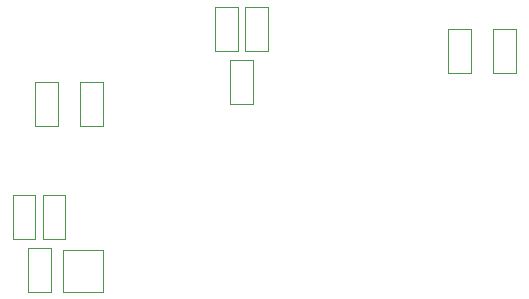
<source format=gbr>
G04 #@! TF.GenerationSoftware,KiCad,Pcbnew,5.1.4-e60b266~84~ubuntu18.04.1*
G04 #@! TF.CreationDate,2019-10-29T18:19:43-03:00*
G04 #@! TF.ProjectId,fonte_18V,666f6e74-655f-4313-9856-2e6b69636164,rev?*
G04 #@! TF.SameCoordinates,Original*
G04 #@! TF.FileFunction,Other,User*
%FSLAX46Y46*%
G04 Gerber Fmt 4.6, Leading zero omitted, Abs format (unit mm)*
G04 Created by KiCad (PCBNEW 5.1.4-e60b266~84~ubuntu18.04.1) date 2019-10-29 18:19:43*
%MOMM*%
%LPD*%
G04 APERTURE LIST*
%ADD10C,0.050000*%
G04 APERTURE END LIST*
D10*
X110850000Y-177900000D02*
X110850000Y-181600000D01*
X112750000Y-177900000D02*
X110850000Y-177900000D01*
X112750000Y-181600000D02*
X112750000Y-177900000D01*
X110850000Y-181600000D02*
X112750000Y-181600000D01*
X128585000Y-161235000D02*
X128585000Y-157535000D01*
X126685000Y-161235000D02*
X128585000Y-161235000D01*
X126685000Y-157535000D02*
X126685000Y-161235000D01*
X128585000Y-157535000D02*
X126685000Y-157535000D01*
X127955000Y-161980000D02*
X127955000Y-165680000D01*
X129855000Y-161980000D02*
X127955000Y-161980000D01*
X129855000Y-165680000D02*
X129855000Y-161980000D01*
X127955000Y-165680000D02*
X129855000Y-165680000D01*
X115255000Y-163885000D02*
X115255000Y-167585000D01*
X117155000Y-163885000D02*
X115255000Y-163885000D01*
X117155000Y-167585000D02*
X117155000Y-163885000D01*
X115255000Y-167585000D02*
X117155000Y-167585000D01*
X113345000Y-167585000D02*
X113345000Y-163885000D01*
X111445000Y-167585000D02*
X113345000Y-167585000D01*
X111445000Y-163885000D02*
X111445000Y-167585000D01*
X113345000Y-163885000D02*
X111445000Y-163885000D01*
X113800000Y-178100000D02*
X113800000Y-181600000D01*
X117200000Y-178100000D02*
X113800000Y-178100000D01*
X117200000Y-181600000D02*
X117200000Y-178100000D01*
X113800000Y-181600000D02*
X117200000Y-181600000D01*
X148315000Y-163090000D02*
X148315000Y-159390000D01*
X146415000Y-163090000D02*
X148315000Y-163090000D01*
X146415000Y-159390000D02*
X146415000Y-163090000D01*
X148315000Y-159390000D02*
X146415000Y-159390000D01*
X152125000Y-163090000D02*
X152125000Y-159390000D01*
X150225000Y-163090000D02*
X152125000Y-163090000D01*
X150225000Y-159390000D02*
X150225000Y-163090000D01*
X152125000Y-159390000D02*
X150225000Y-159390000D01*
X111440000Y-177110000D02*
X111440000Y-173410000D01*
X109540000Y-177110000D02*
X111440000Y-177110000D01*
X109540000Y-173410000D02*
X109540000Y-177110000D01*
X111440000Y-173410000D02*
X109540000Y-173410000D01*
X113980000Y-177110000D02*
X113980000Y-173410000D01*
X112080000Y-177110000D02*
X113980000Y-177110000D01*
X112080000Y-173410000D02*
X112080000Y-177110000D01*
X113980000Y-173410000D02*
X112080000Y-173410000D01*
X131125000Y-161235000D02*
X131125000Y-157535000D01*
X129225000Y-161235000D02*
X131125000Y-161235000D01*
X129225000Y-157535000D02*
X129225000Y-161235000D01*
X131125000Y-157535000D02*
X129225000Y-157535000D01*
M02*

</source>
